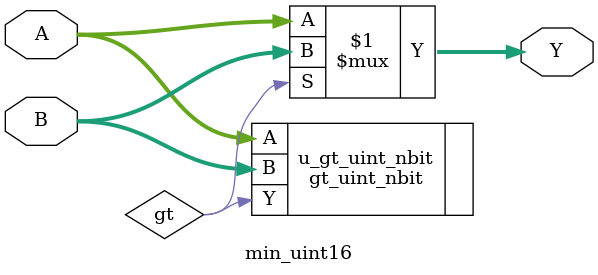
<source format=v>

module min_uint16 #(
    parameter WIDTH = 16
)(
    input [WIDTH-1:0] A,
    input [WIDTH-1:0] B,
    output [WIDTH-1:0] Y,
);

    wire gt;
    gt_uint_nbit #(
        .WIDTH(WIDTH)
    ) u_gt_uint_nbit (
        .A(A),
        .B(B),
        .Y(gt)
    );

    assign Y = gt ? B : A;

endmodule

</source>
